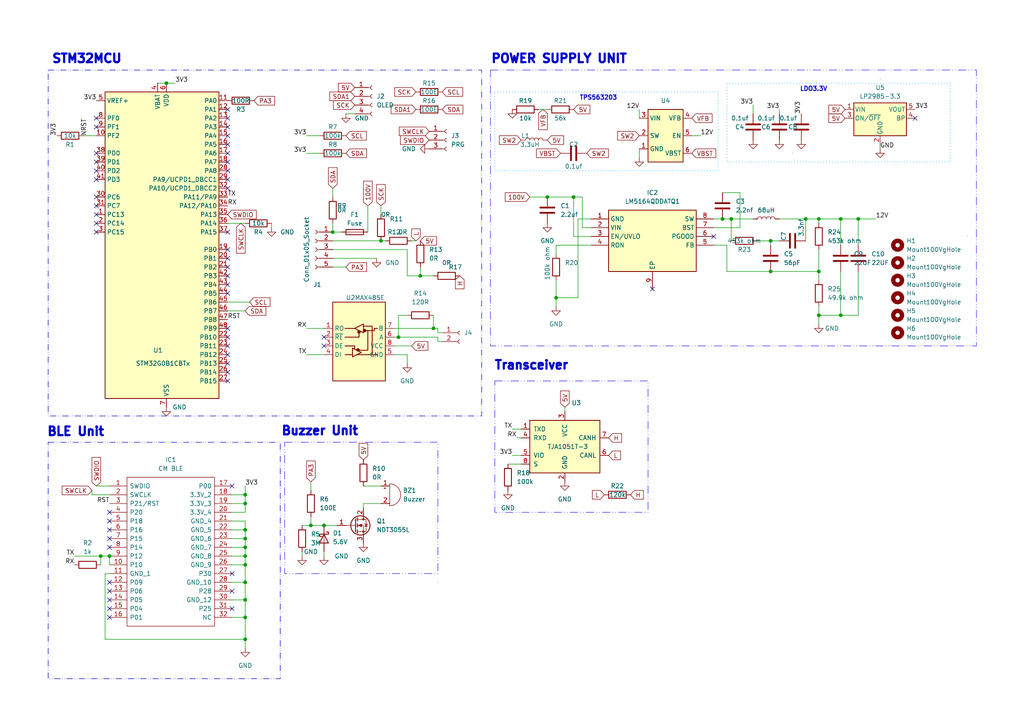
<source format=kicad_sch>
(kicad_sch (version 20230121) (generator eeschema)
  (paper "A4")
  (lib_symbols
    (symbol "Connector:Conn_01x02_Socket" (pin_names (offset 1.016) hide)
      (property "Reference" "J" (at 0 2.54 0))
      (property "Value" "Conn_01x02_Socket" (at 0 -5.08 0))
      (symbol "Conn_01x02_Socket_1_1"
        (pin passive line (at -5.08 0 0) (length 3.81) (name "Pin_1") (number "1"))
        (pin passive line (at -5.08 -2.54 0) (length 3.81) (name "Pin_2") (number "2"))
      )
    )
    (symbol "Connector:Conn_01x03_Socket" (pin_names (offset 1.016) hide)
      (property "Reference" "J" (at 0 5.08 0))
      (property "Value" "Conn_01x03_Socket" (at 0 -5.08 0))
      (symbol "Conn_01x03_Socket_1_1"
        (pin passive line (at -5.08 2.54 0) (length 3.81) (name "Pin_1") (number "1"))
        (pin passive line (at -5.08 0 0) (length 3.81) (name "Pin_2") (number "2"))
        (pin passive line (at -5.08 -2.54 0) (length 3.81) (name "Pin_3") (number "3"))
      )
    )
    (symbol "Connector:Conn_01x04_Socket" (pin_names (offset 1.016) hide)
      (property "Reference" "J" (at 0 5.08 0))
      (property "Value" "Conn_01x04_Socket" (at 0 -7.62 0))
      (symbol "Conn_01x04_Socket_1_1"
        (pin passive line (at -5.08 2.54 0) (length 3.81) (name "Pin_1") (number "1"))
        (pin passive line (at -5.08 0 0) (length 3.81) (name "Pin_2") (number "2"))
        (pin passive line (at -5.08 -2.54 0) (length 3.81) (name "Pin_3") (number "3"))
        (pin passive line (at -5.08 -5.08 0) (length 3.81) (name "Pin_4") (number "4"))
      )
    )
    (symbol "Connector:Conn_01x05_Socket" (pin_names (offset 1.016) hide)
      (property "Reference" "J" (at 0 7.62 0))
      (property "Value" "Conn_01x05_Socket" (at 0 -7.62 0))
      (symbol "Conn_01x05_Socket_1_1"
        (pin passive line (at -5.08 5.08 0) (length 3.81) (name "Pin_1") (number "1"))
        (pin passive line (at -5.08 2.54 0) (length 3.81) (name "Pin_2") (number "2"))
        (pin passive line (at -5.08 0 0) (length 3.81) (name "Pin_3") (number "3"))
        (pin passive line (at -5.08 -2.54 0) (length 3.81) (name "Pin_4") (number "4"))
        (pin passive line (at -5.08 -5.08 0) (length 3.81) (name "Pin_5") (number "5"))
      )
    )
    (symbol "Device:Buzzer" (pin_names (offset 0.0254) hide)
      (property "Reference" "BZ" (at 3.81 1.27 0))
      (property "Value" "Buzzer" (at 3.81 -1.27 0))
      (symbol "Buzzer_1_1"
        (pin passive line (at -2.54 2.54 0) (length 2.54) (name "-") (number "1"))
        (pin passive line (at -2.54 -2.54 0) (length 2.54) (name "+") (number "2"))
      )
    )
    (symbol "Device:C" (pin_numbers hide) (pin_names (offset 0.254))
      (property "Reference" "C" (at 0.635 2.54 0))
      (property "Value" "C" (at 0.635 -2.54 0))
      (symbol "C_1_1"
        (pin passive line (at 0 3.81 270) (length 2.794) (name "~") (number "1"))
        (pin passive line (at 0 -3.81 90) (length 2.794) (name "~") (number "2"))
      )
    )
    (symbol "Device:D_Schottky" (pin_numbers hide) (pin_names (offset 1.016) hide)
      (property "Reference" "D" (at 0 2.54 0))
      (property "Value" "D_Schottky" (at 0 -2.54 0))
      (symbol "D_Schottky_1_1"
        (pin passive line (at -3.81 0 0) (length 2.54) (name "K") (number "1"))
        (pin passive line (at 3.81 0 180) (length 2.54) (name "A") (number "2"))
      )
    )
    (symbol "Device:Fuse" (pin_numbers hide) (pin_names (offset 0))
      (property "Reference" "F" (at 2.032 0 90))
      (property "Value" "Fuse" (at -1.905 0 90))
      (symbol "Fuse_1_1"
        (pin passive line (at 0 3.81 270) (length 1.27) (name "~") (number "1"))
        (pin passive line (at 0 -3.81 90) (length 1.27) (name "~") (number "2"))
      )
    )
    (symbol "Device:L" (pin_numbers hide) (pin_names (offset 1.016) hide)
      (property "Reference" "L" (at -1.27 0 90))
      (property "Value" "L" (at 1.905 0 90))
      (symbol "L_1_1"
        (pin passive line (at 0 3.81 270) (length 1.27) (name "1") (number "1"))
        (pin passive line (at 0 -3.81 90) (length 1.27) (name "2") (number "2"))
      )
    )
    (symbol "Device:R" (pin_numbers hide) (pin_names (offset 0))
      (property "Reference" "R" (at 2.032 0 90))
      (property "Value" "R" (at 0 0 90))
      (symbol "R_1_1"
        (pin passive line (at 0 3.81 270) (length 1.27) (name "~") (number "1"))
        (pin passive line (at 0 -3.81 90) (length 1.27) (name "~") (number "2"))
      )
    )
    (symbol "Interface_CAN_LIN:TJA1051T-3" (pin_names (offset 1.016))
      (property "Reference" "U3" (at 1.9559 12.7 0))
      (property "Value" "TJA1051T-3" (at -5.08 0 0))
      (symbol "TJA1051T-3_1_1"
        (pin input line (at -12.7 5.08 0) (length 2.54) (name "TXD") (number "1"))
        (pin power_in line (at 0 -10.16 90) (length 2.54) (name "GND") (number "2"))
        (pin input line (at 0 10.16 270) (length 2.54) (name "VCC") (number "3"))
        (pin input line (at -12.7 2.54 0) (length 2.54) (name "RXD") (number "4"))
        (pin power_in line (at -12.7 -2.54 0) (length 2.54) (name "VIO") (number "5"))
        (pin bidirectional line (at 12.7 -2.54 180) (length 2.54) (name "CANL") (number "6"))
        (pin bidirectional line (at 12.7 2.54 180) (length 2.54) (name "CANH") (number "7"))
        (pin input line (at -12.7 -5.08 0) (length 2.54) (name "S") (number "8"))
      )
    )
    (symbol "Interface_UART:MAX485E"
      (property "Reference" "U2" (at -3.81 11.43 0))
      (property "Value" "MAX485E" (at -1.27 11.43 0))
      (symbol "MAX485E_1_1"
        (pin input line (at -10.16 2.54 0) (length 2.54) (name "RO") (number "1"))
        (pin input line (at -10.16 0 0) (length 2.54) (name "~{RE}") (number "2"))
        (pin input line (at -10.16 -2.54 0) (length 2.54) (name "DE") (number "3"))
        (pin input line (at -10.16 -5.08 0) (length 2.54) (name "DI") (number "4"))
        (pin power_in line (at 10.16 -5.08 180) (length 2.54) (name "GND") (number "5"))
        (pin bidirectional line (at 10.16 0 180) (length 2.54) (name "A") (number "6"))
        (pin bidirectional line (at 10.16 2.54 180) (length 2.54) (name "B") (number "7"))
        (pin input line (at 10.16 -2.54 180) (length 2.54) (name "VCC") (number "8"))
      )
    )
    (symbol "LM5164QDDATQ1:LM5164QDDATQ1"
      (property "Reference" "IC" (at 31.75 7.62 0))
      (property "Value" "LM5164QDDATQ1" (at 31.75 5.08 0))
      (symbol "LM5164QDDATQ1_1_1"
        (pin passive line (at 0 0 0) (length 5.08) (name "GND") (number "1"))
        (pin passive line (at 0 -2.54 0) (length 5.08) (name "VIN") (number "2"))
        (pin passive line (at 0 -5.08 0) (length 5.08) (name "EN/UVLO") (number "3"))
        (pin passive line (at 0 -7.62 0) (length 5.08) (name "RON") (number "4"))
        (pin passive line (at 35.56 -7.62 180) (length 5.08) (name "FB") (number "5"))
        (pin passive line (at 35.56 -5.08 180) (length 5.08) (name "PGOOD") (number "6"))
        (pin passive line (at 35.56 -2.54 180) (length 5.08) (name "BST") (number "7"))
        (pin passive line (at 35.56 0 180) (length 5.08) (name "SW") (number "8"))
        (pin passive line (at 17.78 -20.32 90) (length 5.08) (name "EP") (number "9"))
      )
    )
    (symbol "Library:COMMON_BLUETOOTH" (pin_names (offset 0.762))
      (property "Reference" "IC" (at 31.75 7.62 0))
      (property "Value" "CM BLE" (at 31.75 5.08 0))
      (symbol "COMMON_BLUETOOTH_0_0"
        (pin passive line (at 0 -25.4 0) (length 5.08) (name "GND_1") (number "11"))
        (pin passive line (at 0 -35.56 0) (length 5.08) (name "P04") (number "15"))
        (pin passive line (at 0 -2.54 0) (length 5.08) (name "SWCLK") (number "2"))
        (pin passive line (at 35.56 -25.4 180) (length 5.08) (name "P30") (number "27"))
        (pin passive line (at 0 -5.08 0) (length 5.08) (name "P21/RST") (number "3"))
        (pin passive line (at 0 -7.62 0) (length 5.08) (name "P20") (number "4"))
        (pin passive line (at 0 -10.16 0) (length 5.08) (name "P18") (number "5"))
        (pin passive line (at 0 -12.7 0) (length 5.08) (name "P16") (number "6"))
        (pin passive line (at 0 -15.24 0) (length 5.08) (name "P15") (number "7"))
      )
      (symbol "COMMON_BLUETOOTH_1_0"
        (pin passive line (at 0 0 0) (length 5.08) (name "SWDIO") (number "1"))
        (pin passive line (at 0 -22.86 0) (length 5.08) (name "P10") (number "10"))
        (pin passive line (at 0 -27.94 0) (length 5.08) (name "P09") (number "12"))
        (pin passive line (at 0 -30.48 0) (length 5.08) (name "P06") (number "13"))
        (pin passive line (at 0 -33.02 0) (length 5.08) (name "P05") (number "14"))
        (pin passive line (at 0 -38.1 0) (length 5.08) (name "P01") (number "16"))
        (pin passive line (at 35.56 0 180) (length 5.08) (name "P00") (number "17"))
        (pin passive line (at 35.56 -2.54 180) (length 5.08) (name "3.3V_2") (number "18"))
        (pin passive line (at 35.56 -5.08 180) (length 5.08) (name "3.3V_3") (number "19"))
        (pin passive line (at 35.56 -7.62 180) (length 5.08) (name "3.3V_4") (number "20"))
        (pin passive line (at 35.56 -10.16 180) (length 5.08) (name "GND_4") (number "21"))
        (pin passive line (at 35.56 -12.7 180) (length 5.08) (name "GND_5") (number "22"))
        (pin passive line (at 35.56 -15.24 180) (length 5.08) (name "GND_6") (number "23"))
        (pin passive line (at 35.56 -17.78 180) (length 5.08) (name "GND_7") (number "24"))
        (pin passive line (at 35.56 -20.32 180) (length 5.08) (name "GND_8") (number "25"))
        (pin passive line (at 35.56 -22.86 180) (length 5.08) (name "GND_9") (number "26"))
        (pin passive line (at 35.56 -27.94 180) (length 5.08) (name "GND_10") (number "28"))
        (pin passive line (at 35.56 -30.48 180) (length 5.08) (name "P28") (number "29"))
        (pin passive line (at 35.56 -33.02 180) (length 5.08) (name "GND_12") (number "30"))
        (pin passive line (at 35.56 -35.56 180) (length 5.08) (name "P25") (number "31"))
        (pin passive line (at 35.56 -38.1 180) (length 5.08) (name "NC") (number "32"))
        (pin passive line (at 0 -17.78 0) (length 5.08) (name "P14") (number "8"))
        (pin passive line (at 0 -20.32 0) (length 5.08) (name "P12") (number "9"))
      )
    )
    (symbol "MCU_ST_STM32G0:STM32G0B1CBTx"
      (property "Reference" "U" (at -15.24 46.99 0))
      (property "Value" "STM32G0B1CBTx" (at 5.08 46.99 0))
      (symbol "STM32G0B1CBTx_1_1"
        (pin bidirectional line (at -17.78 10.16 0) (length 2.54) (name "PC13") (number "1"))
        (pin bidirectional line (at -17.78 33.02 0) (length 2.54) (name "PF2") (number "10"))
        (pin bidirectional line (at 20.32 43.18 180) (length 2.54) (name "PA0") (number "11"))
        (pin bidirectional line (at 20.32 40.64 180) (length 2.54) (name "PA1") (number "12"))
        (pin bidirectional line (at 20.32 38.1 180) (length 2.54) (name "PA2") (number "13"))
        (pin bidirectional line (at 20.32 35.56 180) (length 2.54) (name "PA3") (number "14"))
        (pin bidirectional line (at 20.32 33.02 180) (length 2.54) (name "PA4") (number "15"))
        (pin bidirectional line (at 20.32 30.48 180) (length 2.54) (name "PA5") (number "16"))
        (pin bidirectional line (at 20.32 27.94 180) (length 2.54) (name "PA6") (number "17"))
        (pin bidirectional line (at 20.32 25.4 180) (length 2.54) (name "PA7") (number "18"))
        (pin bidirectional line (at 20.32 0 180) (length 2.54) (name "PB0") (number "19"))
        (pin bidirectional line (at -17.78 7.62 0) (length 2.54) (name "PC14") (number "2"))
        (pin bidirectional line (at 20.32 -2.54 180) (length 2.54) (name "PB1") (number "20"))
        (pin bidirectional line (at 20.32 -5.08 180) (length 2.54) (name "PB2") (number "21"))
        (pin bidirectional line (at 20.32 -25.4 180) (length 2.54) (name "PB10") (number "22"))
        (pin bidirectional line (at 20.32 -27.94 180) (length 2.54) (name "PB11") (number "23"))
        (pin bidirectional line (at 20.32 -30.48 180) (length 2.54) (name "PB12") (number "24"))
        (pin bidirectional line (at 20.32 -33.02 180) (length 2.54) (name "PB13") (number "25"))
        (pin bidirectional line (at 20.32 -35.56 180) (length 2.54) (name "PB14") (number "26"))
        (pin bidirectional line (at 20.32 -38.1 180) (length 2.54) (name "PB15") (number "27"))
        (pin bidirectional line (at 20.32 22.86 180) (length 2.54) (name "PA8") (number "28"))
        (pin bidirectional line (at 20.32 20.32 180) (length 2.54) (name "PA9/UCPD1_DBCC1") (number "29"))
        (pin bidirectional line (at -17.78 5.08 0) (length 2.54) (name "PC15") (number "3"))
        (pin bidirectional line (at -17.78 15.24 0) (length 2.54) (name "PC6") (number "30"))
        (pin bidirectional line (at -17.78 12.7 0) (length 2.54) (name "PC7") (number "31"))
        (pin bidirectional line (at 20.32 17.78 180) (length 2.54) (name "PA10/UCPD1_DBCC2") (number "32"))
        (pin bidirectional line (at 20.32 15.24 180) (length 2.54) (name "PA11/PA9") (number "33"))
        (pin bidirectional line (at 20.32 12.7 180) (length 2.54) (name "PA12/PA10") (number "34"))
        (pin bidirectional line (at 20.32 10.16 180) (length 2.54) (name "PA13") (number "35"))
        (pin bidirectional line (at 20.32 7.62 180) (length 2.54) (name "PA14") (number "36"))
        (pin bidirectional line (at 20.32 5.08 180) (length 2.54) (name "PA15") (number "37"))
        (pin bidirectional line (at -17.78 27.94 0) (length 2.54) (name "PD0") (number "38"))
        (pin bidirectional line (at -17.78 25.4 0) (length 2.54) (name "PD1") (number "39"))
        (pin power_in line (at 0 48.26 270) (length 2.54) (name "VBAT") (number "4"))
        (pin bidirectional line (at -17.78 22.86 0) (length 2.54) (name "PD2") (number "40"))
        (pin bidirectional line (at -17.78 20.32 0) (length 2.54) (name "PD3") (number "41"))
        (pin bidirectional line (at 20.32 -7.62 180) (length 2.54) (name "PB3") (number "42"))
        (pin bidirectional line (at 20.32 -10.16 180) (length 2.54) (name "PB4") (number "43"))
        (pin bidirectional line (at 20.32 -12.7 180) (length 2.54) (name "PB5") (number "44"))
        (pin bidirectional line (at 20.32 -15.24 180) (length 2.54) (name "PB6") (number "45"))
        (pin bidirectional line (at 20.32 -17.78 180) (length 2.54) (name "PB7") (number "46"))
        (pin bidirectional line (at 20.32 -20.32 180) (length 2.54) (name "PB8") (number "47"))
        (pin bidirectional line (at 20.32 -22.86 180) (length 2.54) (name "PB9") (number "48"))
        (pin input line (at -17.78 43.18 0) (length 2.54) (name "VREF+") (number "5"))
        (pin power_in line (at 2.54 48.26 270) (length 2.54) (name "VDD") (number "6"))
        (pin power_in line (at 2.54 -45.72 90) (length 2.54) (name "VSS") (number "7"))
        (pin bidirectional line (at -17.78 38.1 0) (length 2.54) (name "PF0") (number "8"))
        (pin bidirectional line (at -17.78 35.56 0) (length 2.54) (name "PF1") (number "9"))
      )
    )
    (symbol "Mechanical:MountingHole" (pin_names (offset 1.016))
      (property "Reference" "H" (at 0 5.08 0))
      (property "Value" "MountingHole" (at 0 3.175 0))
    )
    (symbol "Regulator_Linear:LP2985-3.3" (pin_names (offset 0.254))
      (property "Reference" "U7" (at 0 8.89 0))
      (property "Value" "LP2985-3.3" (at 0 6.35 0))
      (symbol "LP2985-3.3_1_1"
        (pin input line (at -10.16 2.54 0) (length 2.54) (name "VIN") (number "1"))
        (pin power_out line (at 0 -7.62 90) (length 2.54) (name "GND") (number "2"))
        (pin input line (at -10.16 0 0) (length 2.54) (name "ON/~{OFF}") (number "3"))
        (pin input line (at 10.16 0 180) (length 2.54) (name "BP") (number "4"))
        (pin power_out line (at 10.16 2.54 180) (length 2.54) (name "VOUT") (number "5"))
      )
    )
    (symbol "Regulator_Switching:TPS563200"
      (property "Reference" "U5" (at 1.27 12.7 0))
      (symbol "TPS563200_1_1"
        (pin power_in line (at -6.35 -1.27 0) (length 2.54) (name "GND") (number "1"))
        (pin output line (at -6.35 2.54 0) (length 2.54) (name "SW") (number "2"))
        (pin input line (at -6.35 7.62 0) (length 2.54) (name "VIN") (number "3"))
        (pin input line (at 8.89 7.62 180) (length 2.54) (name "VFB") (number "4"))
        (pin input line (at 8.89 2.54 180) (length 2.54) (name "EN") (number "5"))
        (pin passive line (at 8.89 -2.54 180) (length 2.54) (name "VBST") (number "6"))
      )
    )
    (symbol "Transistor_FET:NDT3055L" (pin_names hide)
      (property "Reference" "Q" (at 5.08 1.905 0))
      (property "Value" "NDT3055L" (at 5.08 0 0))
      (symbol "NDT3055L_1_1"
        (pin input line (at -5.08 0 0) (length 2.54) (name "G") (number "1"))
        (pin passive line (at 2.54 5.08 270) (length 2.54) (name "D") (number "2"))
        (pin passive line (at 2.54 -5.08 90) (length 2.54) (name "S") (number "3"))
      )
    )
    (symbol "power:GND" (power) (pin_names (offset 0))
      (property "Value" "GND" (at 0 -3.81 0))
      (symbol "GND_1_1"
        (pin power_in line (at 0 0 270) (length 0) hide (name "GND") (number "1"))
      )
    )
  )
  (junction (at 237.49 63.5))
  (junction (at 93.98 152.4))
  (junction (at 71.12 153.67))
  (junction (at 233.68 63.5))
  (junction (at 71.12 163.83))
  (junction (at 96.52 67.31))
  (junction (at 237.49 78.74))
  (junction (at 90.17 152.4))
  (junction (at 158.75 57.15))
  (junction (at 115.57 97.79))
  (junction (at 212.09 63.5))
  (junction (at 223.52 78.74))
  (junction (at 71.12 161.29))
  (junction (at 48.26 24.13))
  (junction (at 110.49 69.85))
  (junction (at 161.29 86.36))
  (junction (at 71.12 143.51))
  (junction (at 31.75 161.29))
  (junction (at 223.52 69.85))
  (junction (at 121.92 80.01))
  (junction (at 248.92 63.5))
  (junction (at 71.12 156.21))
  (junction (at 71.12 158.75))
  (junction (at 71.12 179.07))
  (junction (at 209.55 63.5))
  (junction (at 29.21 161.29))
  (junction (at 71.12 173.99))
  (junction (at 237.49 91.44))
  (junction (at 243.84 91.44))
  (junction (at 71.12 168.91))
  (junction (at 243.84 63.5))
  (junction (at 71.12 185.42))
  (junction (at 71.12 146.05))
  (junction (at 125.73 95.25))
  (junction (at 166.37 57.15))
  (no_connect (at 189.23 83.82))
  (no_connect (at 31.75 171.45))
  (no_connect (at 27.94 64.77))
  (no_connect (at 66.04 105.41))
  (no_connect (at 27.94 49.53))
  (no_connect (at 66.04 97.79))
  (no_connect (at 27.94 59.69))
  (no_connect (at 31.75 179.07))
  (no_connect (at 67.31 176.53))
  (no_connect (at 66.04 54.61))
  (no_connect (at 31.75 156.21))
  (no_connect (at 27.94 34.29))
  (no_connect (at 27.94 44.45))
  (no_connect (at 66.04 31.75))
  (no_connect (at 66.04 107.95))
  (no_connect (at 67.31 166.37))
  (no_connect (at 27.94 57.15))
  (no_connect (at 27.94 36.83))
  (no_connect (at 66.04 49.53))
  (no_connect (at 31.75 176.53))
  (no_connect (at 207.01 68.58))
  (no_connect (at 27.94 46.99))
  (no_connect (at 31.75 173.99))
  (no_connect (at 27.94 52.07))
  (no_connect (at 66.04 39.37))
  (no_connect (at 66.04 85.09))
  (no_connect (at 31.75 153.67))
  (no_connect (at 93.98 100.33))
  (no_connect (at 31.75 148.59))
  (no_connect (at 27.94 62.23))
  (no_connect (at 66.04 67.31))
  (no_connect (at 66.04 44.45))
  (no_connect (at 66.04 80.01))
  (no_connect (at 66.04 102.87))
  (no_connect (at 66.04 46.99))
  (no_connect (at 66.04 100.33))
  (no_connect (at 93.98 97.79))
  (no_connect (at 67.31 140.97))
  (no_connect (at 66.04 36.83))
  (no_connect (at 31.75 168.91))
  (no_connect (at 66.04 52.07))
  (no_connect (at 66.04 41.91))
  (no_connect (at 66.04 110.49))
  (no_connect (at 66.04 34.29))
  (no_connect (at 66.04 95.25))
  (no_connect (at 67.31 171.45))
  (no_connect (at 66.04 74.93))
  (no_connect (at 27.94 67.31))
  (no_connect (at 66.04 82.55))
  (no_connect (at 66.04 77.47))
  (no_connect (at 265.43 34.29))
  (no_connect (at 31.75 158.75))
  (no_connect (at 66.04 72.39))
  (no_connect (at 31.75 151.13))
  (wire (pts (xy 237.49 63.5) (xy 243.84 63.5)))
  (wire (pts (xy 156.21 31.75) (xy 158.75 31.75)))
  (wire (pts (xy 114.3 102.87) (xy 118.11 102.87)))
  (wire (pts (xy 21.59 161.29) (xy 29.21 161.29)))
  (wire (pts (xy 223.52 78.74) (xy 237.49 78.74)))
  (wire (pts (xy 125.73 95.25) (xy 127 95.25)))
  (wire (pts (xy 161.29 81.28) (xy 161.29 86.36)))
  (wire (pts (xy 127 97.79) (xy 127 99.06)))
  (wire (pts (xy 121.92 80.01) (xy 125.73 80.01)))
  (wire (pts (xy 96.52 64.77) (xy 96.52 67.31)))
  (wire (pts (xy 214.63 66.04) (xy 214.63 55.88)))
  (wire (pts (xy 96.52 54.61) (xy 96.52 57.15)))
  (wire (pts (xy 96.52 77.47) (xy 100.33 77.47)))
  (wire (pts (xy 118.11 80.01) (xy 121.92 80.01)))
  (wire (pts (xy 233.68 63.5) (xy 233.68 69.85)))
  (wire (pts (xy 185.42 31.75) (xy 185.42 34.29)))
  (wire (pts (xy 27.94 140.97) (xy 31.75 140.97)))
  (wire (pts (xy 226.06 63.5) (xy 233.68 63.5)))
  (wire (pts (xy 31.75 143.51) (xy 26.67 143.51)))
  (wire (pts (xy 71.12 153.67) (xy 71.12 156.21)))
  (wire (pts (xy 93.98 160.02) (xy 93.98 161.29)))
  (wire (pts (xy 148.59 132.08) (xy 151.13 132.08)))
  (wire (pts (xy 93.98 152.4) (xy 97.79 152.4)))
  (wire (pts (xy 167.64 86.36) (xy 161.29 86.36)))
  (wire (pts (xy 71.12 168.91) (xy 71.12 173.99)))
  (wire (pts (xy 67.31 161.29) (xy 71.12 161.29)))
  (wire (pts (xy 88.9 95.25) (xy 93.98 95.25)))
  (wire (pts (xy 67.31 156.21) (xy 71.12 156.21)))
  (wire (pts (xy 67.31 173.99) (xy 71.12 173.99)))
  (wire (pts (xy 243.84 63.5) (xy 248.92 63.5)))
  (wire (pts (xy 223.52 69.85) (xy 223.52 71.12)))
  (wire (pts (xy 207.01 63.5) (xy 209.55 63.5)))
  (wire (pts (xy 71.12 185.42) (xy 71.12 187.96)))
  (wire (pts (xy 105.41 146.05) (xy 105.41 147.32)))
  (wire (pts (xy 48.26 24.13) (xy 50.8 24.13)))
  (wire (pts (xy 167.64 63.5) (xy 167.64 86.36)))
  (wire (pts (xy 67.31 151.13) (xy 71.12 151.13)))
  (wire (pts (xy 96.52 69.85) (xy 110.49 69.85)))
  (wire (pts (xy 149.86 127) (xy 151.13 127)))
  (wire (pts (xy 29.21 161.29) (xy 31.75 161.29)))
  (wire (pts (xy 166.37 68.58) (xy 171.45 68.58)))
  (wire (pts (xy 78.74 66.04) (xy 78.74 64.77)))
  (wire (pts (xy 248.92 78.74) (xy 248.92 91.44)))
  (wire (pts (xy 147.32 134.62) (xy 151.13 134.62)))
  (wire (pts (xy 88.9 44.45) (xy 92.71 44.45)))
  (wire (pts (xy 90.17 139.7) (xy 90.17 142.24)))
  (wire (pts (xy 127 96.52) (xy 128.27 96.52)))
  (wire (pts (xy 148.59 124.46) (xy 151.13 124.46)))
  (wire (pts (xy 71.12 140.97) (xy 71.12 143.51)))
  (wire (pts (xy 114.3 97.79) (xy 115.57 97.79)))
  (wire (pts (xy 88.9 102.87) (xy 93.98 102.87)))
  (wire (pts (xy 243.84 78.74) (xy 243.84 91.44)))
  (wire (pts (xy 30.48 166.37) (xy 30.48 185.42)))
  (wire (pts (xy 72.39 87.63) (xy 66.04 87.63)))
  (wire (pts (xy 158.75 57.15) (xy 166.37 57.15)))
  (wire (pts (xy 100.33 33.02) (xy 102.87 33.02)))
  (wire (pts (xy 67.31 168.91) (xy 71.12 168.91)))
  (wire (pts (xy 96.52 67.31) (xy 99.06 67.31)))
  (wire (pts (xy 71.12 173.99) (xy 71.12 179.07)))
  (wire (pts (xy 118.11 72.39) (xy 118.11 80.01)))
  (wire (pts (xy 243.84 63.5) (xy 243.84 71.12)))
  (wire (pts (xy 237.49 91.44) (xy 243.84 91.44)))
  (wire (pts (xy 115.57 97.79) (xy 127 97.79)))
  (wire (pts (xy 223.52 69.85) (xy 226.06 69.85)))
  (wire (pts (xy 26.67 142.24) (xy 26.67 143.51)))
  (wire (pts (xy 115.57 91.44) (xy 115.57 97.79)))
  (wire (pts (xy 71.12 179.07) (xy 71.12 185.42)))
  (wire (pts (xy 161.29 71.12) (xy 161.29 73.66)))
  (wire (pts (xy 71.12 90.17) (xy 66.04 90.17)))
  (wire (pts (xy 210.82 71.12) (xy 210.82 78.74)))
  (wire (pts (xy 87.63 152.4) (xy 90.17 152.4)))
  (wire (pts (xy 90.17 152.4) (xy 93.98 152.4)))
  (wire (pts (xy 96.52 72.39) (xy 118.11 72.39)))
  (wire (pts (xy 161.29 86.36) (xy 161.29 88.9)))
  (wire (pts (xy 105.41 140.97) (xy 110.49 140.97)))
  (wire (pts (xy 71.12 163.83) (xy 71.12 168.91)))
  (wire (pts (xy 109.22 74.93) (xy 96.52 74.93)))
  (wire (pts (xy 71.12 146.05) (xy 71.12 148.59)))
  (wire (pts (xy 118.11 102.87) (xy 118.11 105.41)))
  (wire (pts (xy 212.09 63.5) (xy 218.44 63.5)))
  (wire (pts (xy 67.31 143.51) (xy 71.12 143.51)))
  (wire (pts (xy 67.31 179.07) (xy 71.12 179.07)))
  (wire (pts (xy 71.12 161.29) (xy 71.12 163.83)))
  (wire (pts (xy 171.45 66.04) (xy 168.91 66.04)))
  (wire (pts (xy 127 95.25) (xy 127 96.52)))
  (wire (pts (xy 163.83 119.38) (xy 163.83 118.11)))
  (wire (pts (xy 31.75 161.29) (xy 31.75 163.83)))
  (wire (pts (xy 67.31 158.75) (xy 71.12 158.75)))
  (wire (pts (xy 29.21 161.29) (xy 29.21 163.83)))
  (wire (pts (xy 67.31 146.05) (xy 71.12 146.05)))
  (wire (pts (xy 30.48 185.42) (xy 71.12 185.42)))
  (wire (pts (xy 233.68 63.5) (xy 237.49 63.5)))
  (wire (pts (xy 255.27 41.91) (xy 255.27 43.18)))
  (wire (pts (xy 185.42 43.18) (xy 185.42 45.72)))
  (wire (pts (xy 171.45 63.5) (xy 167.64 63.5)))
  (wire (pts (xy 48.26 24.13) (xy 45.72 24.13)))
  (wire (pts (xy 237.49 88.9) (xy 237.49 91.44)))
  (wire (pts (xy 237.49 78.74) (xy 237.49 81.28)))
  (wire (pts (xy 161.29 71.12) (xy 171.45 71.12)))
  (wire (pts (xy 110.49 69.85) (xy 111.76 69.85)))
  (wire (pts (xy 127 99.06) (xy 128.27 99.06)))
  (wire (pts (xy 237.49 72.39) (xy 237.49 78.74)))
  (wire (pts (xy 166.37 68.58) (xy 166.37 57.15)))
  (wire (pts (xy 114.3 100.33) (xy 119.38 100.33)))
  (wire (pts (xy 110.49 59.69) (xy 110.49 62.23)))
  (wire (pts (xy 114.3 95.25) (xy 125.73 95.25)))
  (wire (pts (xy 214.63 55.88) (xy 209.55 55.88)))
  (wire (pts (xy 71.12 151.13) (xy 71.12 153.67)))
  (wire (pts (xy 237.49 91.44) (xy 237.49 93.98)))
  (wire (pts (xy 90.17 149.86) (xy 90.17 152.4)))
  (wire (pts (xy 31.75 166.37) (xy 30.48 166.37)))
  (wire (pts (xy 219.71 69.85) (xy 223.52 69.85)))
  (wire (pts (xy 248.92 63.5) (xy 248.92 71.12)))
  (wire (pts (xy 125.73 91.44) (xy 125.73 95.25)))
  (wire (pts (xy 106.68 59.69) (xy 106.68 67.31)))
  (wire (pts (xy 119.38 69.85) (xy 120.65 69.85)))
  (wire (pts (xy 207.01 71.12) (xy 210.82 71.12)))
  (wire (pts (xy 210.82 78.74) (xy 223.52 78.74)))
  (wire (pts (xy 71.12 163.83) (xy 67.31 163.83)))
  (wire (pts (xy 168.91 66.04) (xy 168.91 57.15)))
  (wire (pts (xy 218.44 33.02) (xy 218.44 30.48)))
  (wire (pts (xy 71.12 156.21) (xy 71.12 158.75)))
  (wire (pts (xy 67.31 153.67) (xy 71.12 153.67)))
  (wire (pts (xy 166.37 57.15) (xy 168.91 57.15)))
  (wire (pts (xy 67.31 148.59) (xy 71.12 148.59)))
  (wire (pts (xy 121.92 77.47) (xy 121.92 80.01)))
  (wire (pts (xy 212.09 63.5) (xy 212.09 69.85)))
  (wire (pts (xy 248.92 63.5) (xy 254 63.5)))
  (wire (pts (xy 207.01 66.04) (xy 214.63 66.04)))
  (wire (pts (xy 248.92 91.44) (xy 243.84 91.44)))
  (wire (pts (xy 24.13 39.37) (xy 27.94 39.37)))
  (wire (pts (xy 71.12 143.51) (xy 71.12 146.05)))
  (wire (pts (xy 209.55 63.5) (xy 212.09 63.5)))
  (wire (pts (xy 110.49 146.05) (xy 105.41 146.05)))
  (wire (pts (xy 226.06 33.02) (xy 226.06 31.75)))
  (wire (pts (xy 118.11 91.44) (xy 115.57 91.44)))
  (wire (pts (xy 71.12 64.77) (xy 66.04 64.77)))
  (wire (pts (xy 237.49 63.5) (xy 237.49 64.77)))
  (wire (pts (xy 88.9 39.37) (xy 92.71 39.37)))
  (wire (pts (xy 87.63 160.02) (xy 87.63 161.29)))
  (wire (pts (xy 200.66 39.37) (xy 203.2 39.37)))
  (wire (pts (xy 71.12 158.75) (xy 71.12 161.29)))
  (wire (pts (xy 153.67 57.15) (xy 158.75 57.15)))
  (rectangle (start 142.24 20.32) (end 283.21 100.33) (stroke (width 0.2) (type dash_dot_dot) (color 102 74 255 1)))
  (rectangle (start 13.97 128.27) (end 81.28 196.85) (stroke (width 0) (type dash_dot_dot)))
  (rectangle (start 13.97 20.32) (end 139.7 120.65) (stroke (width 0) (type dash_dot_dot)))
  (rectangle (start 280.67 68.58) (end 280.67 68.58))
  (rectangle (start 58.42 195.58) (end 58.42 195.58))
  (rectangle (start 229.87 44.45) (end 229.87 44.45))
  (rectangle (start 127 168.91) (end 127 168.91))
  (rectangle (start 210.82 24.13) (end 275.59 46.99) (stroke (width 0.2) (type dot) (color 56 179 255 1)))
  (rectangle (start 255.27 22.86) (end 255.27 22.86))
  (rectangle (start 143.51 26.67) (end 208.28 49.53) (stroke (width 0.2) (type dot) (color 56 179 255 1)))
  (rectangle (start 82.55 128.27) (end 127 166.37) (stroke (width 0.2) (type dash_dot_dot) (color 102 74 255 1)))
  (rectangle (start 143.51 110.49) (end 187.96 148.59) (stroke (width 0.2) (type dash_dot_dot) (color 102 74 255 1)))
  (text "POWER SUPPLY UNIT \n\n\n" (at 142.24 26.67 0) (effects (font (size 2.5 2.5) (thickness 0.65) bold) (justify left bottom)))
  (text "LDO3.3V" (at 240.03 26.67 0) (effects (font (size 1.27 1.27) (thickness 0.254) bold) (justify right bottom)))
  (text "STM32MCU\n\n\n" (at 35.56 26.67 0) (effects (font (size 2.5 2.5) (thickness 0.65) bold) (justify right bottom)))
  (text "Buzzer Unit\n\n\n" (at 104.14 134.62 0) (effects (font (size 2.5 2.5) (thickness 0.65) bold) (justify right bottom)))
  (text "TPS563203" (at 179.07 29.21 0) (effects (font (size 1.27 1.27) (thickness 0.254) bold) (justify right bottom)))
  (text "Transceiver\n\n\n" (at 165.1 115.57 0) (effects (font (size 2.5 2.5) (thickness 0.65) bold) (justify right bottom)))
  (text "BLE Unit\n\n" (at 30.48 130.81 0) (effects (font (size 2.5 2.5) (thickness 0.65) bold) (justify right bottom)))
  (label "RX" (at 149.86 127 180))
  (label "3V3" (at 27.94 29.21 180))
  (label "3V3" (at 218.44 30.48 180))
  (label "TX" (at 88.9 102.87 180))
  (label "RST" (at 31.75 146.05 180))
  (label "3V3" (at 71.12 140.97 0))
  (label "TX" (at 66.04 57.15 0))
  (label "3V3" (at 148.59 132.08 180))
  (label "12V" (at 203.2 39.37 0))
  (label "GND" (at 255.27 43.18 0))
  (label "3V3" (at 50.8 24.13 0))
  (label "RST" (at 66.04 92.71 0))
  (label "TX" (at 148.59 124.46 180))
  (label "TX" (at 21.59 161.29 180))
  (label "RX" (at 88.9 95.25 180))
  (label "3V3" (at 232.41 33.02 90))
  (label "12V" (at 254 63.5 0))
  (label "3V3" (at 265.43 31.75 0))
  (label "3V3" (at 16.51 39.37 90))
  (label "3V3" (at 88.9 39.37 180))
  (label "RX" (at 66.04 59.69 0))
  (label "3V3" (at 226.06 31.75 180))
  (label "RX" (at 21.59 163.83 180))
  (label "3V3" (at 88.9 44.45 180))
  (label "NRST" (at 25.4 39.37 90))
  (label "12V" (at 185.42 31.75 180))
  (global_label "H" (shape input) (at 176.53 127 0) (property "Intersheetrefs" "${INTERSHEET_REFS}" (effects hide)))
  (global_label "5V" (shape input) (at 245.11 31.75 180) (property "Intersheetrefs" "${INTERSHEET_REFS}" (effects hide)))
  (global_label "VFB" (shape input) (at 200.66 34.29 0) (property "Intersheetrefs" "${INTERSHEET_REFS}" (effects hide)))
  (global_label "PA3" (shape input) (at 90.17 139.7 90) (property "Intersheetrefs" "${INTERSHEET_REFS}" (effects hide)))
  (global_label "SDA" (shape input) (at 100.33 44.45 0) (property "Intersheetrefs" "${INTERSHEET_REFS}" (effects hide)))
  (global_label "5V" (shape input) (at 166.37 31.75 0) (property "Intersheetrefs" "${INTERSHEET_REFS}" (effects hide)))
  (global_label "SCL" (shape input) (at 100.33 39.37 0) (property "Intersheetrefs" "${INTERSHEET_REFS}" (effects hide)))
  (global_label "L" (shape input) (at 176.53 132.08 0) (property "Intersheetrefs" "${INTERSHEET_REFS}" (effects hide)))
  (global_label "SCL" (shape input) (at 128.27 26.67 0) (property "Intersheetrefs" "${INTERSHEET_REFS}" (effects hide)))
  (global_label "5V" (shape input) (at 102.87 25.4 180) (property "Intersheetrefs" "${INTERSHEET_REFS}" (effects hide)))
  (global_label "SW2" (shape input) (at 170.18 44.45 0) (property "Intersheetrefs" "${INTERSHEET_REFS}" (effects hide)))
  (global_label "SWDIO" (shape input) (at 27.94 140.97 90) (property "Intersheetrefs" "${INTERSHEET_REFS}" (effects hide)))
  (global_label "100V" (shape input) (at 106.68 59.69 90) (property "Intersheetrefs" "${INTERSHEET_REFS}" (effects hide)))
  (global_label "SWCLK" (shape input) (at 69.85 64.77 270) (property "Intersheetrefs" "${INTERSHEET_REFS}" (effects hide)))
  (global_label "VFB" (shape input) (at 157.48 31.75 270) (property "Intersheetrefs" "${INTERSHEET_REFS}" (effects hide)))
  (global_label "SWDIO" (shape input) (at 124.46 40.64 180) (property "Intersheetrefs" "${INTERSHEET_REFS}" (effects hide)))
  (global_label "SCK" (shape input) (at 102.87 30.48 180) (property "Intersheetrefs" "${INTERSHEET_REFS}" (effects hide)))
  (global_label "SW2" (shape input) (at 151.13 40.64 180) (property "Intersheetrefs" "${INTERSHEET_REFS}" (effects hide)))
  (global_label "5V" (shape input) (at 121.92 69.85 0) (property "Intersheetrefs" "${INTERSHEET_REFS}" (effects hide)))
  (global_label "PA3" (shape input) (at 100.33 77.47 0) (property "Intersheetrefs" "${INTERSHEET_REFS}" (effects hide)))
  (global_label "VBST" (shape input) (at 162.56 44.45 180) (property "Intersheetrefs" "${INTERSHEET_REFS}" (effects hide)))
  (global_label "5V" (shape input) (at 245.11 34.29 180) (property "Intersheetrefs" "${INTERSHEET_REFS}" (effects hide)))
  (global_label "5V" (shape input) (at 158.75 40.64 0) (property "Intersheetrefs" "${INTERSHEET_REFS}" (effects hide)))
  (global_label "VBST" (shape input) (at 200.66 44.45 0) (property "Intersheetrefs" "${INTERSHEET_REFS}" (effects hide)))
  (global_label "SWCLK" (shape input) (at 124.46 38.1 180) (property "Intersheetrefs" "${INTERSHEET_REFS}" (effects hide)))
  (global_label "SWDIO" (shape input) (at 66.04 62.23 0) (property "Intersheetrefs" "${INTERSHEET_REFS}" (effects hide)))
  (global_label "H" (shape input) (at 133.35 80.01 270) (property "Intersheetrefs" "${INTERSHEET_REFS}" (effects hide)))
  (global_label "5V" (shape input) (at 105.41 133.35 90) (property "Intersheetrefs" "${INTERSHEET_REFS}" (effects hide)))
  (global_label "SCK" (shape input) (at 120.65 26.67 180) (property "Intersheetrefs" "${INTERSHEET_REFS}" (effects hide)))
  (global_label "SWCLK" (shape input) (at 26.67 142.24 180) (property "Intersheetrefs" "${INTERSHEET_REFS}" (effects hide)))
  (global_label "5V" (shape input) (at 163.83 118.11 90) (property "Intersheetrefs" "${INTERSHEET_REFS}" (effects hide)))
  (global_label "SCL" (shape input) (at 72.39 87.63 0) (property "Intersheetrefs" "${INTERSHEET_REFS}" (effects hide)))
  (global_label "5V" (shape input) (at 119.38 100.33 0) (property "Intersheetrefs" "${INTERSHEET_REFS}" (effects hide)))
  (global_label "H" (shape input) (at 182.88 143.51 0) (property "Intersheetrefs" "${INTERSHEET_REFS}" (effects hide)))
  (global_label "SDA" (shape input) (at 96.52 54.61 90) (property "Intersheetrefs" "${INTERSHEET_REFS}" (effects hide)))
  (global_label "SCK" (shape input) (at 110.49 59.69 90) (property "Intersheetrefs" "${INTERSHEET_REFS}" (effects hide)))
  (global_label "SDA" (shape input) (at 128.27 31.75 0) (property "Intersheetrefs" "${INTERSHEET_REFS}" (effects hide)))
  (global_label "PA3" (shape input) (at 73.66 29.21 0) (property "Intersheetrefs" "${INTERSHEET_REFS}" (effects hide)))
  (global_label "SDA1" (shape input) (at 120.65 31.75 180) (property "Intersheetrefs" "${INTERSHEET_REFS}" (effects hide)))
  (global_label "SW2" (shape input) (at 185.42 39.37 180) (property "Intersheetrefs" "${INTERSHEET_REFS}" (effects hide)))
  (global_label "L" (shape input) (at 175.26 143.51 180) (property "Intersheetrefs" "${INTERSHEET_REFS}" (effects hide)))
  (global_label "SDA" (shape input) (at 71.12 90.17 0) (property "Intersheetrefs" "${INTERSHEET_REFS}" (effects hide)))
  (global_label "L" (shape input) (at 120.65 69.85 90) (property "Intersheetrefs" "${INTERSHEET_REFS}" (effects hide)))
  (global_label "100V" (shape input) (at 153.67 57.15 180) (property "Intersheetrefs" "${INTERSHEET_REFS}" (effects hide)))
  (global_label "SDA1" (shape input) (at 102.87 27.94 180) (property "Intersheetrefs" "${INTERSHEET_REFS}" (effects hide)))
  (symbol (lib_id "Connector:Conn_01x05_Socket") (at 91.44 72.39 0) (mirror y) (unit 1)
    (property "Reference" "J1" (at 92.075 82.55 0))
    (property "Value" "Conn_01x05_Socket" (at 88.9 72.39 90))
    (property "Footprint" "Connector_JST:JST_PH_S5B-PH-K_1x05_P2.00mm_Horizontal" (effects hide))
  )
  (symbol (lib_id "Mechanical:MountingHole") (at 260.35 76.2 0) (unit 1)
    (property "Reference" "H2" (at 262.89 74.93 0) (effects (justify left)))
    (property "Value" "Mount100VgHole" (at 262.89 77.47 0) (effects (justify left)))
    (property "Footprint" "MountingHole:MountingHole_2.7mm_M2.5_ISO7380_Pad_TopBottom" (effects hide))
  )
  (symbol (lib_id "Regulator_Linear:LP2985-3.3") (at 255.27 34.29 0) (unit 1)
    (property "Reference" "U5" (at 255.27 25.4 0))
    (property "Value" "LP2985-3.3" (at 255.27 27.94 0))
    (property "Footprint" "Package_TO_SOT_SMD:SOT-23-5" (effects hide))
    (property "Datasheet" "http://www.ti.com/lit/ds/symlink/lp2985.pdf" (effects hide))
  )
  (symbol (lib_id "Device:C") (at 229.87 69.85 90) (unit 1)
    (property "Reference" "C7" (at 227.33 69.85 0) (effects (justify left)))
    (property "Value" "3.3nf" (at 232.41 68.58 0) (effects (justify left)))
    (property "Footprint" "Capacitor_SMD:C_0805_2012Metric_Pad1.18x1.45mm_HandSolder" (effects hide))
  )
  (symbol (lib_id "Device:C") (at 248.92 74.93 0) (unit 1)
    (property "Reference" "C10" (at 252.73 73.66 0) (effects (justify left)))
    (property "Value" "22UF" (at 252.73 76.2 0) (effects (justify left)))
    (property "Footprint" "Capacitor_SMD:C_1206_3216Metric_Pad1.33x1.80mm_HandSolder" (effects hide))
  )
  (symbol (lib_id "Device:C") (at 232.41 36.83 0) (unit 1)
    (property "Reference" "C8" (at 228.6 36.83 0) (effects (justify left)))
    (property "Value" "0.1uf" (at 226.06 34.29 0) (effects (justify left)))
    (property "Footprint" "Capacitor_SMD:C_0805_2012Metric_Pad1.18x1.45mm_HandSolder" (effects hide))
  )
  (symbol (lib_id "Interface_UART:MAX485E") (at 104.14 97.79 0) (unit 1)
    (property "Reference" "U2" (at 100.33 86.36 0) (effects (justify left)))
    (property "Value" "MAX485E" (at 102.87 86.36 0) (effects (justify left)))
    (property "Footprint" "MAX485ESA_T.kicad_mod files:SOIC127P600X175-8N" (effects hide))
    (property "Datasheet" "https://datasheets.maximintegrated.com/en/ds/MAX1487E-MAX491E.pdf" (effects hide))
  )
  (symbol (lib_id "power:GND") (at 105.41 157.48 0) (unit 1)
    (property "Reference" "#PWR07" (effects hide))
    (property "Value" "GND" (at 105.41 162.56 0))
  )
  (symbol (lib_id "power:GND") (at 124.46 43.18 270) (unit 1)
    (property "Reference" "#PWR010" (effects hide))
    (property "Value" "GND" (at 120.65 43.18 90) (effects (justify right)))
  )
  (symbol (lib_id "Device:R") (at 105.41 137.16 0) (unit 1)
    (property "Reference" "R10" (at 107.95 135.89 0) (effects (justify left)))
    (property "Value" "0R" (at 107.95 138.43 0) (effects (justify left)))
    (property "Footprint" "Resistor_SMD:R_0603_1608Metric_Pad0.98x0.95mm_HandSolder" (effects hide))
  )
  (symbol (lib_id "Device:R") (at 96.52 39.37 90) (unit 1)
    (property "Reference" "R7" (at 96.52 36.83 90))
    (property "Value" "100k" (at 96.52 39.37 90))
    (property "Footprint" "Resistor_SMD:R_0603_1608Metric_Pad0.98x0.95mm_HandSolder" (effects hide))
  )
  (symbol (lib_id "power:GND") (at 148.59 31.75 0) (unit 1)
    (property "Reference" "#PWR012" (effects hide))
    (property "Value" "GND" (effects hide))
  )
  (symbol (lib_id "power:GND") (at 226.06 40.64 0) (unit 1)
    (property "Reference" "#PWR018" (effects hide))
    (property "Value" "GND" (effects hide))
  )
  (symbol (lib_id "LM5164QDDATQ1:LM5164QDDATQ1") (at 171.45 63.5 0) (unit 1)
    (property "Reference" "IC2" (at 189.23 55.88 0))
    (property "Value" "LM5164QDDATQ1" (at 189.23 58.42 0))
    (property "Footprint" "LIB_LM5164QDDATQ1.kicad_mod files:SOIC127P600X170-9N" (effects hide))
    (property "Datasheet" "http://www.ti.com/lit/gpn/LM5164-Q1" (effects hide))
    (property "Height" "1.7" (effects hide))
    (property "Manufacturer_Name" "Texas Instruments" (effects hide))
    (property "Manufacturer_Part_Number" "LM5164QDDATQ1" (effects hide))
    (property "Mouser Part Number" "595-LM5164QDDATQ1" (effects hide))
    (property "Mouser Price/Stock" "https://www.mouser.co.uk/ProductDetail/Texas-Instruments/LM5164QDDATQ1?qs=PqoDHHvF64%252BzDzZmorCjJQ%3D%3D" (effects hide))
    (property "Arrow Part Number" "LM5164QDDATQ1" (effects hide))
    (property "Arrow Price/Stock" "https://www.arrow.com/en/products/lm5164qddatq1/texas-instruments?region=nac" (effects hide))
  )
  (symbol (lib_id "Mechanical:MountingHole") (at 260.35 91.44 0) (unit 1)
    (property "Reference" "H5" (at 262.89 90.17 0) (effects (justify left)))
    (property "Value" "Mount100VgHole" (at 262.89 92.71 0) (effects (justify left)))
    (property "Footprint" "MountingHole:MountingHole_2.7mm_M2.5_ISO7380_Pad_TopBottom" (effects hide))
  )
  (symbol (lib_id "Device:L") (at 154.94 40.64 90) (unit 1)
    (property "Reference" "L1" (at 152.4 39.37 90))
    (property "Value" "3.3uH" (at 153.67 41.91 90))
    (property "Footprint" "Inductor_SMD:L_0402_1005Metric_Pad0.77x0.64mm_HandSolder" (effects hide))
  )
  (symbol (lib_id "Device:R") (at 96.52 44.45 90) (unit 1)
    (property "Reference" "R8" (at 96.52 41.91 90))
    (property "Value" "100k" (at 96.52 44.45 90))
    (property "Footprint" "Resistor_SMD:R_0603_1608Metric_Pad0.98x0.95mm_HandSolder" (effects hide))
  )
  (symbol (lib_id "Device:R") (at 129.54 80.01 90) (unit 1)
    (property "Reference" "R17" (at 132.08 77.47 90))
    (property "Value" "0R" (at 129.54 76.2 90))
    (property "Footprint" "Resistor_SMD:R_0603_1608Metric_Pad0.98x0.95mm_HandSolder" (effects hide))
  )
  (symbol (lib_id "Device:R") (at 237.49 85.09 0) (unit 1)
    (property "Reference" "R25" (at 240.03 83.82 0) (effects (justify left)))
    (property "Value" "49.9k ohm" (at 240.03 86.36 0) (effects (justify left)))
    (property "Footprint" "Resistor_SMD:R_0603_1608Metric_Pad0.98x0.95mm_HandSolder" (effects hide))
  )
  (symbol (lib_id "Device:R") (at 110.49 66.04 0) (unit 1)
    (property "Reference" "R11" (at 113.03 63.5 0) (effects (justify left)))
    (property "Value" "0R" (at 110.49 62.23 0) (effects (justify left)))
    (property "Footprint" "Resistor_SMD:R_0603_1608Metric_Pad0.98x0.95mm_HandSolder" (effects hide))
  )
  (symbol (lib_id "power:GND") (at 78.74 66.04 0) (unit 1)
    (property "Reference" "#PWR03" (effects hide))
    (property "Value" "GND" (at 81.28 67.31 0) (effects (justify left)))
  )
  (symbol (lib_id "Mechanical:MountingHole") (at 260.35 71.12 0) (unit 1)
    (property "Reference" "H1" (at 262.89 69.85 0) (effects (justify left)))
    (property "Value" "Mount100VgHole" (at 262.89 72.39 0) (effects (justify left)))
    (property "Footprint" "MountingHole:MountingHole_2.7mm_M2.5_ISO7380_Pad_TopBottom" (effects hide))
  )
  (symbol (lib_id "Device:R") (at 124.46 26.67 90) (unit 1)
    (property "Reference" "R15" (at 124.46 24.13 90))
    (property "Value" "100E" (at 124.46 26.67 90))
    (property "Footprint" "Resistor_SMD:R_0603_1608Metric_Pad0.98x0.95mm_HandSolder" (effects hide))
  )
  (symbol (lib_id "power:GND") (at 185.42 45.72 0) (unit 1)
    (property "Reference" "#PWR016" (effects hide))
    (property "Value" "GND" (effects hide))
  )
  (symbol (lib_id "power:GND") (at 255.27 43.18 0) (unit 1)
    (property "Reference" "#PWR021" (effects hide))
    (property "Value" "GND" (effects hide))
  )
  (symbol (lib_id "Device:R") (at 124.46 31.75 90) (unit 1)
    (property "Reference" "R16" (at 124.46 29.21 90))
    (property "Value" "100E" (at 124.46 31.75 90))
    (property "Footprint" "Resistor_SMD:R_0603_1608Metric_Pad0.98x0.95mm_HandSolder" (effects hide))
  )
  (symbol (lib_id "Device:R") (at 237.49 68.58 0) (unit 1)
    (property "Reference" "R24" (at 240.03 67.31 0) (effects (justify left)))
    (property "Value" "453k ohm" (at 240.03 69.85 0) (effects (justify left)))
    (property "Footprint" "Resistor_SMD:R_0603_1608Metric_Pad0.98x0.95mm_HandSolder" (effects hide))
  )
  (symbol (lib_id "power:GND") (at 163.83 139.7 0) (unit 1)
    (property "Reference" "#PWR015" (effects hide))
    (property "Value" "GND" (at 163.83 144.78 0))
  )
  (symbol (lib_id "power:GND") (at 158.75 64.77 0) (unit 1)
    (property "Reference" "#PWR013" (effects hide))
    (property "Value" "GND" (at 158.75 69.85 0))
  )
  (symbol (lib_id "power:GND") (at 100.33 33.02 0) (unit 1)
    (property "Reference" "#PWR06" (effects hide))
    (property "Value" "GND" (at 102.87 34.29 0) (effects (justify left)))
  )
  (symbol (lib_id "Mechanical:MountingHole") (at 260.35 86.36 0) (unit 1)
    (property "Reference" "H4" (at 262.89 85.09 0) (effects (justify left)))
    (property "Value" "Mount100VgHole" (at 262.89 87.63 0) (effects (justify left)))
    (property "Footprint" "MountingHole:MountingHole_2.7mm_M2.5_ISO7380_Pad_TopBottom" (effects hide))
  )
  (symbol (lib_id "Device:R") (at 162.56 31.75 90) (unit 1)
    (property "Reference" "R21" (at 162.56 29.21 90))
    (property "Value" "56k" (at 162.56 34.29 90))
    (property "Footprint" "Resistor_SMD:R_0603_1608Metric_Pad0.98x0.95mm_HandSolder" (effects hide))
  )
  (symbol (lib_id "Device:C") (at 243.84 74.93 0) (unit 1)
    (property "Reference" "C9" (at 247.65 73.66 0) (effects (justify left)))
    (property "Value" "22UF" (at 247.65 76.2 0) (effects (justify left)))
    (property "Footprint" "Capacitor_SMD:C_1206_3216Metric_Pad1.33x1.80mm_HandSolder" (effects hide))
  )
  (symbol (lib_id "Device:R") (at 20.32 39.37 90) (unit 1)
    (property "Reference" "R1" (at 20.32 41.91 90))
    (property "Value" "10k" (at 20.32 39.37 90))
    (property "Footprint" "Resistor_SMD:R_0603_1608Metric_Pad0.98x0.95mm_HandSolder" (effects hide))
  )
  (symbol (lib_id "Device:R") (at 121.92 73.66 0) (unit 1)
    (property "Reference" "R13" (at 124.46 72.39 0) (effects (justify left)))
    (property "Value" "0R" (at 124.46 74.93 0) (effects (justify left)))
    (property "Footprint" "Resistor_SMD:R_0603_1608Metric_Pad0.98x0.95mm_HandSolder" (effects hide))
  )
  (symbol (lib_id "power:GND") (at 87.63 161.29 0) (unit 1)
    (property "Reference" "#PWR04" (effects hide))
    (property "Value" "GND" (at 90.17 160.02 0))
  )
  (symbol (lib_id "Device:R") (at 121.92 91.44 90) (unit 1)
    (property "Reference" "R14" (at 121.92 85.09 90))
    (property "Value" "120R" (at 121.92 87.63 90))
    (property "Footprint" "Resistor_SMD:R_0603_1608Metric_Pad0.98x0.95mm_HandSolder" (effects hide))
  )
  (symbol (lib_id "Connector:Conn_01x04_Socket") (at 107.95 27.94 0) (unit 1)
    (property "Reference" "J2" (at 109.22 27.94 0) (effects (justify left)))
    (property "Value" "OLED" (at 109.22 30.48 0) (effects (justify left)))
    (property "Footprint" "TerminalBlock:TerminalBlock_bornier-4_P5.08mm" (effects hide))
  )
  (symbol (lib_id "Device:R") (at 96.52 60.96 0) (unit 1)
    (property "Reference" "R9" (at 97.79 59.69 0) (effects (justify left)))
    (property "Value" "0R" (at 97.79 60.96 0) (effects (justify left)))
    (property "Footprint" "Resistor_SMD:R_0603_1608Metric_Pad0.98x0.95mm_HandSolder" (effects hide))
  )
  (symbol (lib_id "Device:C") (at 223.52 74.93 180) (unit 1)
    (property "Reference" "C5" (at 227.33 73.66 0) (effects (justify right)))
    (property "Value" "56pF" (at 227.33 76.2 0) (effects (justify right)))
    (property "Footprint" "Capacitor_SMD:C_0402_1005Metric_Pad0.74x0.62mm_HandSolder" (effects hide))
  )
  (symbol (lib_id "power:GND") (at 147.32 142.24 0) (unit 1)
    (property "Reference" "#PWR011" (effects hide))
    (property "Value" "GND" (at 147.32 147.32 0))
  )
  (symbol (lib_id "Mechanical:MountingHole") (at 260.35 81.28 0) (unit 1)
    (property "Reference" "H3" (at 262.89 80.01 0) (effects (justify left)))
    (property "Value" "Mount100VgHole" (at 262.89 82.55 0) (effects (justify left)))
    (property "Footprint" "MountingHole:MountingHole_2.7mm_M2.5_ISO7380_Pad_TopBottom" (effects hide))
  )
  (symbol (lib_id "Device:C") (at 166.37 44.45 90) (unit 1)
    (property "Reference" "C2" (at 166.37 41.91 90))
    (property "Value" "0.1uf" (at 166.37 48.26 90))
    (property "Footprint" "Capacitor_SMD:C_0805_2012Metric_Pad1.18x1.45mm_HandSolder" (effects hide))
  )
  (symbol (lib_id "Transistor_FET:NDT3055L") (at 102.87 152.4 0) (unit 1)
    (property "Reference" "Q1" (at 109.22 151.13 0) (effects (justify left)))
    (property "Value" "NDT3055L" (at 109.22 153.67 0) (effects (justify left)))
    (property "Footprint" "Package_TO_SOT_SMD:SOT-223-3_TabPin2" (effects hide))
    (property "Datasheet" "https://www.onsemi.com/pdf/datasheet/ndt3055l-d.pdf" (effects hide))
  )
  (symbol (lib_id "Device:R") (at 90.17 146.05 0) (unit 1)
    (property "Reference" "R6" (at 92.71 144.78 0) (effects (justify left)))
    (property "Value" "100E" (at 92.71 147.32 0) (effects (justify left)))
    (property "Footprint" "Resistor_SMD:R_0603_1608Metric_Pad0.98x0.95mm_HandSolder" (effects hide))
  )
  (symbol (lib_id "power:GND") (at 109.22 74.93 0) (unit 1)
    (property "Reference" "#PWR08" (effects hide))
    (property "Value" "GND" (at 111.76 76.2 0) (effects (justify left)))
  )
  (symbol (lib_id "power:GND") (at 161.29 88.9 0) (unit 1)
    (property "Reference" "#PWR014" (effects hide))
    (property "Value" "GND" (at 161.29 93.98 0))
  )
  (symbol (lib_id "Device:C") (at 226.06 36.83 180) (unit 1)
    (property "Reference" "C6" (at 223.52 36.83 0) (effects (justify left)))
    (property "Value" "0.1uf" (at 224.79 34.29 0) (effects (justify left)))
    (property "Footprint" "Capacitor_SMD:C_0805_2012Metric_Pad1.18x1.45mm_HandSolder" (effects hide))
  )
  (symbol (lib_id "Device:R") (at 87.63 156.21 0) (unit 1)
    (property "Reference" "R5" (at 90.17 154.94 0) (effects (justify left)))
    (property "Value" "3M" (at 90.17 157.48 0) (effects (justify left)))
    (property "Footprint" "Resistor_SMD:R_0603_1608Metric_Pad0.98x0.95mm_HandSolder" (effects hide))
  )
  (symbol (lib_id "power:GND") (at 48.26 118.11 0) (unit 1)
    (property "Reference" "#PWR01" (effects hide))
    (property "Value" "GND" (at 52.07 118.11 0))
  )
  (symbol (lib_id "power:GND") (at 218.44 40.64 0) (unit 1)
    (property "Reference" "#PWR017" (effects hide))
    (property "Value" "GND" (effects hide))
  )
  (symbol (lib_id "Regulator_Switching:TPS563200") (at 191.77 41.91 0) (unit 1)
    (property "Reference" "U4" (at 193.04 29.21 0))
    (property "Value" "TPS563200" (effects hide))
    (property "Footprint" "Package_TO_SOT_SMD:SOT-23-6" (effects hide))
    (property "Datasheet" "http://www.ti.com/lit/ds/symlink/tps563200.pdf" (effects hide))
  )
  (symbol (lib_id "Device:R") (at 147.32 138.43 0) (unit 1)
    (property "Reference" "R18" (at 149.86 137.16 0) (effects (justify left)))
    (property "Value" "100k" (at 149.86 139.7 0) (effects (justify left)))
    (property "Footprint" "Resistor_SMD:R_0603_1608Metric_Pad0.98x0.95mm_HandSolder" (effects hide))
  )
  (symbol (lib_id "Device:R") (at 115.57 69.85 90) (unit 1)
    (property "Reference" "R12" (at 114.3 67.31 90))
    (property "Value" "0R" (at 116.84 67.31 90))
    (property "Footprint" "Resistor_SMD:R_0603_1608Metric_Pad0.98x0.95mm_HandSolder" (effects hide))
  )
  (symbol (lib_id "Device:L") (at 222.25 63.5 90) (unit 1)
    (property "Reference" "L2" (effects hide))
    (property "Value" "68uH" (at 222.25 60.96 90))
    (property "Footprint" "Inductor_SMD:L_0805_2012Metric_Pad1.15x1.40mm_HandSolder" (effects hide))
  )
  (symbol (lib_id "Library:COMMON_BLUETOOTH") (at 31.75 140.97 0) (unit 1)
    (property "Reference" "IC1" (at 49.53 133.35 0))
    (property "Value" "CM BLE" (at 49.53 135.89 0))
    (property "Footprint" "Library:CM BLE" (effects hide))
    (property "Datasheet" "http://www.cwdin.com/assets/files/CBTMN10.pdf" (effects hide))
    (property "Description" "Multiprotocol  BLE, ANT, 2.4GHz Module" (effects hide))
    (property "Height" "2" (effects hide))
    (property "Manufacturer_Name" "CWD Innovations" (effects hide))
    (property "Manufacturer_Part_Number" "CBTMN10" (effects hide))
  )
  (symbol (lib_id "Device:R") (at 179.07 143.51 90) (unit 1)
    (property "Reference" "R22" (at 179.07 140.97 90))
    (property "Value" "120k" (at 179.07 143.51 90))
    (property "Footprint" "Resistor_SMD:R_0603_1608Metric_Pad0.98x0.95mm_HandSolder" (effects hide))
  )
  (symbol (lib_id "Connector:Conn_01x02_Socket") (at 133.35 96.52 0) (unit 1)
    (property "Reference" "J4" (at 134.62 96.52 0) (effects (justify left)))
    (property "Value" "Conn_01x02_Socket" (effects hide))
    (property "Footprint" "TerminalBlock:TerminalBlock_bornier-2_P5.08mm" (effects hide))
  )
  (symbol (lib_id "Connector:Conn_01x03_Socket") (at 129.54 40.64 0) (unit 1)
    (property "Reference" "J3" (at 130.81 39.37 0) (effects (justify left)))
    (property "Value" "PRG" (at 130.81 41.91 0) (effects (justify left)))
    (property "Footprint" "TerminalBlock:TerminalBlock_bornier-3_P5.08mm" (effects hide))
  )
  (symbol (lib_id "power:GND") (at 232.41 40.64 0) (unit 1)
    (property "Reference" "#PWR019" (effects hide))
    (property "Value" "GND" (effects hide))
  )
  (symbol (lib_id "Mechanical:MountingHole") (at 260.35 96.52 0) (unit 1)
    (property "Reference" "H6" (at 262.89 95.25 0) (effects (justify left)))
    (property "Value" "Mount100VgHole" (at 262.89 97.79 0) (effects (justify left)))
    (property "Footprint" "MountingHole:MountingHole_2.7mm_M2.5_ISO7380_Pad_TopBottom" (effects hide))
  )
  (symbol (lib_id "power:GND") (at 71.12 187.96 0) (unit 1)
    (property "Reference" "#PWR02" (effects hide))
    (property "Value" "GND" (at 71.12 193.04 0))
  )
  (symbol (lib_id "Device:R") (at 152.4 31.75 90) (unit 1)
    (property "Reference" "R19" (at 152.4 29.21 90))
    (property "Value" "10k" (at 152.4 34.29 90))
    (property "Footprint" "Resistor_SMD:R_0603_1608Metric_Pad0.98x0.95mm_HandSolder" (effects hide))
  )
  (symbol (lib_id "Device:D_Schottky") (at 93.98 156.21 270) (unit 1)
    (property "Reference" "D1" (at 96.52 154.6225 90) (effects (justify left)))
    (property "Value" "5.6V" (at 96.52 157.1625 90) (effects (justify left)))
    (property "Footprint" "Diode_SMD:D_0603_1608Metric_Pad1.05x0.95mm_HandSolder" (effects hide))
  )
  (symbol (lib_id "Interface_CAN_LIN:TJA1051T-3") (at 163.83 129.54 0) (unit 1)
    (property "Reference" "U3" (at 165.7859 116.84 0) (effects (justify left)))
    (property "Value" "TJA1051T-3" (at 158.75 129.54 0) (effects (justify left)))
    (property "Footprint" "Package_SO:SOIC-8_3.9x4.9mm_P1.27mm" (effects hide))
    (property "Datasheet" "http://www.nxp.com/documents/data_sheet/TJA1051.pdf" (effects hide))
  )
  (symbol (lib_id "Device:C") (at 209.55 59.69 180) (unit 1)
    (property "Reference" "C3" (at 213.36 58.42 0) (effects (justify right)))
    (property "Value" "2.2nf" (at 213.36 60.96 0) (effects (justify right)))
    (property "Footprint" "Capacitor_SMD:C_0603_1608Metric_Pad1.08x0.95mm_HandSolder" (effects hide))
  )
  (symbol (lib_id "Device:R") (at 161.29 77.47 0) (unit 1)
    (property "Reference" "R20" (at 163.83 76.2 0) (effects (justify left)))
    (property "Value" "100k ohm" (at 158.75 81.28 90) (effects (justify left)))
    (property "Footprint" "Resistor_SMD:R_0603_1608Metric_Pad0.98x0.95mm_HandSolder" (effects hide))
  )
  (symbol (lib_id "Device:Buzzer") (at 113.03 143.51 0) (unit 1)
    (property "Reference" "BZ1" (at 116.84 142.24 0) (effects (justify left)))
    (property "Value" "Buzzer" (at 116.84 144.78 0) (effects (justify left)))
    (property "Footprint" "Buzzer_Beeper:Indicator_PUI_AI-1440-TWT-24V-2-R" (effects hide))
  )
  (symbol (lib_id "Device:Fuse") (at 102.87 67.31 90) (unit 1)
    (property "Reference" "F1" (at 102.87 62.23 90))
    (property "Value" "Fuse" (at 102.87 64.77 90))
    (property "Footprint" "Fuse:Fuse_0603_1608Metric_Pad1.05x0.95mm_HandSolder" (effects hide))
  )
  (symbol (lib_id "Device:R") (at 25.4 163.83 90) (unit 1)
    (property "Reference" "R2" (at 25.4 157.48 90))
    (property "Value" "1k" (at 25.4 160.02 90))
    (property "Footprint" "Resistor_SMD:R_0603_1608Metric_Pad0.98x0.95mm_HandSolder" (effects hide))
  )
  (symbol (lib_id "Device:R") (at 69.85 29.21 90) (unit 1)
    (property "Reference" "R3" (at 69.85 31.75 90))
    (property "Value" "100R" (at 69.85 29.21 90))
    (property "Footprint" "Resistor_SMD:R_0603_1608Metric_Pad0.98x0.95mm_HandSolder" (effects hide))
  )
  (symbol (lib_id "Device:R") (at 215.9 69.85 90) (unit 1)
    (property "Reference" "R23" (at 215.9 72.39 90))
    (property "Value" "453k ohm" (at 215.9 69.85 90))
    (property "Footprint" "Resistor_SMD:R_0603_1608Metric_Pad0.98x0.95mm_HandSolder" (effects hide))
  )
  (symbol (lib_id "Device:C") (at 218.44 36.83 180) (unit 1)
    (property "Reference" "C4" (at 215.9 36.83 0) (effects (justify left)))
    (property "Value" "0.1uf" (at 217.17 34.29 0) (effects (justify left)))
    (property "Footprint" "Capacitor_SMD:C_0805_2012Metric_Pad1.18x1.45mm_HandSolder" (effects hide))
  )
  (symbol (lib_id "MCU_ST_STM32G0:STM32G0B1CBTx") (at 45.72 72.39 0) (unit 1)
    (property "Reference" "U1" (at 44.45 101.6 0) (effects (justify left)))
    (property "Value" "STM32G0B1CBTx" (at 39.37 105.41 0) (effects (justify left)))
    (property "Footprint" "Package_QFP:LQFP-48_7x7mm_P0.5mm" (effects hide))
    (property "Datasheet" "https://www.st.com/resource/en/datasheet/stm32g0b1cb.pdf" (effects hide))
  )
  (symbol (lib_id "Device:C") (at 158.75 60.96 0) (unit 1)
    (property "Reference" "C1" (at 162.56 59.69 0) (effects (justify left)))
    (property "Value" "2.2uf" (at 162.56 62.23 0) (effects (justify left)))
    (property "Footprint" "Capacitor_SMD:C_1210_3225Metric_Pad1.33x2.70mm_HandSolder" (effects hide))
  )
  (symbol (lib_id "Device:R") (at 74.93 64.77 90) (unit 1)
    (property "Reference" "R4" (at 74.93 67.31 90))
    (property "Value" "10k" (at 74.93 64.77 90))
    (property "Footprint" "Resistor_SMD:R_0603_1608Metric_Pad0.98x0.95mm_HandSolder" (effects hide))
  )
  (symbol (lib_id "power:GND") (at 93.98 161.29 0) (unit 1)
    (property "Reference" "#PWR05" (effects hide))
    (property "Value" "GND" (at 99.06 161.29 0))
  )
  (symbol (lib_id "power:GND") (at 118.11 105.41 0) (unit 1)
    (property "Reference" "#PWR09" (effects hide))
    (property "Value" "GND" (at 118.11 110.49 0))
  )
  (symbol (lib_id "power:GND") (at 237.49 93.98 0) (unit 1)
    (property "Reference" "#PWR020" (effects hide))
    (property "Value" "GND" (at 241.3 95.25 0))
  )
)
</source>
